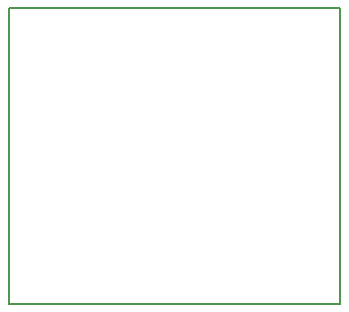
<source format=gko>
G04 #@! TF.FileFunction,Profile,NP*
%FSLAX46Y46*%
G04 Gerber Fmt 4.6, Leading zero omitted, Abs format (unit mm)*
G04 Created by KiCad (PCBNEW 4.0.4-1.fc24-product) date Thu Mar  1 09:36:58 2018*
%MOMM*%
%LPD*%
G01*
G04 APERTURE LIST*
%ADD10C,0.100000*%
%ADD11C,0.150000*%
G04 APERTURE END LIST*
D10*
D11*
X179000000Y-96000000D02*
X179000000Y-71000000D01*
X151000000Y-96000000D02*
X179000000Y-96000000D01*
X151000000Y-71000000D02*
X151000000Y-96000000D01*
X179000000Y-71000000D02*
X151000000Y-71000000D01*
M02*

</source>
